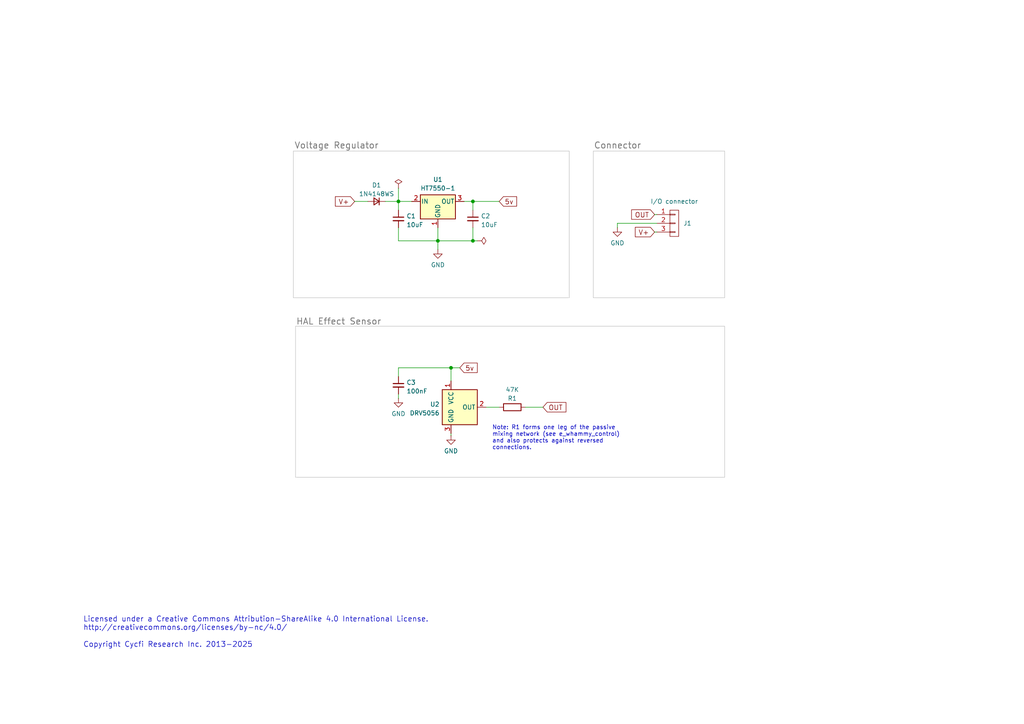
<source format=kicad_sch>
(kicad_sch (version 20250114) (generator "eeschema") (generator_version "9.0")
  (paper "A4")
  (title_block (title "E-Whammy HAL Effect Sensor") (date "2025-07-18") (rev "v1.0") (company "Document Number: 2025005"))
  (lib_symbols
    (symbol "Device:C_Small" (pin_numbers (hide yes)) (pin_names (offset 0.254) (hide yes))
      (property "Reference" "C" (at 0.254 1.778 0))
      (property "Value" "C_Small" (at 0.254 -2.032 0))
      (symbol "C_Small_0_1"
        (polyline (pts (xy -1.524 0.508) (xy 1.524 0.508)) (stroke (width 0.3048)))
        (polyline (pts (xy -1.524 -0.508) (xy 1.524 -0.508)) (stroke (width 0.3302)))
      )
      (symbol "C_Small_1_1"
        (pin passive line (at 0 2.54 270) (length 2.032) (name "~") (number "1"))
        (pin passive line (at 0 -2.54 90) (length 2.032) (name "~") (number "2"))
      )
    )
    (symbol "Device:D_Small" (pin_numbers (hide yes)) (pin_names (offset 0.254) (hide yes))
      (property "Reference" "D" (at -1.27 2.032 0))
      (property "Value" "D_Small" (at -3.81 -2.032 0))
      (symbol "D_Small_0_1"
        (polyline (pts (xy -0.762 0) (xy 0.762 0)))
        (polyline (pts (xy -0.762 -1.016) (xy -0.762 1.016)) (stroke (width 0.254)))
        (polyline (pts (xy 0.762 -1.016) (xy -0.762 0) (xy 0.762 1.016) (xy 0.762 -1.016)) (stroke (width 0.254)))
      )
      (symbol "D_Small_1_1"
        (pin passive line (at -2.54 0 0) (length 1.778) (name "K") (number "1"))
        (pin passive line (at 2.54 0 180) (length 1.778) (name "A") (number "2"))
      )
    )
    (symbol "Device:R" (pin_numbers (hide yes)) (pin_names (offset 0))
      (property "Reference" "R" (at 2.032 0 90))
      (property "Value" "R" (at 0 0 90))
      (symbol "R_0_1"
        (rectangle (start -1.016 -2.54) (end 1.016 2.54) (stroke (width 0.254)))
      )
      (symbol "R_1_1"
        (pin passive line (at 0 3.81 270) (length 1.27) (name "~") (number "1"))
        (pin passive line (at 0 -3.81 90) (length 1.27) (name "~") (number "2"))
      )
    )
    (symbol "cycfi_library:DRV5056"
      (property "Reference" "U" (at 0 6.35 0))
      (property "Value" "DRV5056" (at 2.54 -6.35 0))
      (symbol "DRV5056_0_1"
        (rectangle (start -5.08 5.08) (end 5.08 -5.08) (stroke (width 0.254)) (fill (type background)))
      )
      (symbol "DRV5056_1_1"
        (pin power_in line (at -2.54 7.62 270) (length 2.54) (name "VCC") (number "1"))
        (pin power_in line (at -2.54 -7.62 90) (length 2.54) (name "GND") (number "3"))
        (pin power_out line (at 7.62 0 180) (length 2.54) (name "OUT") (number "2"))
      )
    )
    (symbol "cycfi_library:conn_1x3" (pin_names (offset 1.016) (hide yes))
      (property "Reference" "J" (at 0 5.08 0))
      (property "Value" "conn_1x3" (at 2.54 0 90))
      (symbol "conn_1x3_0_1"
        (rectangle (start -1.27 3.81) (end 1.27 -3.81))
        (rectangle (start -1.27 2.667) (end 0.254 2.413))
        (rectangle (start -1.27 0.127) (end 0.254 -0.127))
        (rectangle (start -1.27 -2.413) (end 0.254 -2.667))
      )
      (symbol "conn_1x3_1_1"
        (pin passive line (at -5.08 2.54 0) (length 3.81) (name "P1") (number "1"))
        (pin passive line (at -5.08 0 0) (length 3.81) (name "P2") (number "2"))
        (pin passive line (at -5.08 -2.54 0) (length 3.81) (name "P3") (number "3"))
      )
    )
    (symbol "cycfi_library:fixed_voltage_regulator_gio" (pin_names (offset 0.254))
      (property "Reference" "U" (at -3.81 3.175 0))
      (property "Value" "fixed_voltage_regulator_gio" (at -0.635 3.175 0))
      (symbol "fixed_voltage_regulator_gio_0_1"
        (rectangle (start -5.08 1.905) (end 5.08 -5.08) (stroke (width 0.254)) (fill (type background)))
      )
      (symbol "fixed_voltage_regulator_gio_1_1"
        (pin power_in line (at -7.62 0 0) (length 2.54) (name "IN") (number "2"))
        (pin power_in line (at 0 -7.62 90) (length 2.54) (name "GND") (number "1"))
        (pin power_out line (at 7.62 0 180) (length 2.54) (name "OUT") (number "3"))
      )
    )
    (symbol "power:GND" (power) (pin_numbers (hide yes)) (pin_names (offset 0) (hide yes))
      (property "Value" "GND" (at 0 -3.81 0))
      (symbol "GND_0_1"
        (polyline (pts (xy 0 0) (xy 0 -1.27) (xy 1.27 -1.27) (xy 0 -2.54) (xy -1.27 -1.27) (xy 0 -1.27)))
      )
      (symbol "GND_1_1"
        (pin power_in line (at 0 0 270) (length 0) (name "~") (number "1"))
      )
    )
    (symbol "power:PWR_FLAG" (power) (pin_numbers (hide yes)) (pin_names (offset 0) (hide yes))
      (property "Value" "PWR_FLAG" (at 0 3.81 0))
      (symbol "PWR_FLAG_0_0"
        (pin power_out line (at 0 0 90) (length 0) (name "~") (number "1"))
      )
      (symbol "PWR_FLAG_0_1"
        (polyline (pts (xy 0 0) (xy 0 1.27) (xy -1.016 1.905) (xy 0 2.54) (xy 1.016 1.905) (xy 0 1.27)))
      )
    )
  )
  (rectangle (start 85.09 43.815) (end 165.1 86.36) (stroke (width 0) (color 194 194 194 1)))
  (rectangle (start 85.725 94.615) (end 210.185 138.43) (stroke (width 0) (color 194 194 194 1)))
  (rectangle (start 172.085 43.815) (end 210.185 86.36) (stroke (width 0) (color 194 194 194 1)))
  (text "Note: R1 forms one leg of the passive \nmixing network (see e_whammy_control) \nand also protects against reversed \nconnections." (at 142.748 127 0) (effects (font (size 1.2 1.2)) (justify left)))
  (text "Connector" (at 172.212 43.434 0) (effects (font (size 1.8 1.8) (thickness 0.225)) (justify left bottom)))
  (text "Licensed under a Creative Commons Attribution-ShareAlike 4.0 International License. \nhttp://creativecommons.org/licenses/by-nc/4.0/\n\nCopyright Cycfi Research Inc. 2013-2025" (at 24.13 187.96 0) (effects (font (size 1.524 1.524)) (justify left bottom)))
  (text "Voltage Regulator" (at 85.344 43.434 0) (effects (font (size 1.8 1.8) (thickness 0.225)) (justify left bottom)))
  (text "HAL Effect Sensor" (at 85.852 94.488 0) (effects (font (size 1.8 1.8) (thickness 0.225)) (justify left bottom)))
  (junction (at 127 69.85))
  (junction (at 130.81 106.68))
  (junction (at 137.16 58.42))
  (junction (at 115.57 58.42))
  (junction (at 137.16 69.85))
  (wire (pts (xy 115.57 58.42) (xy 119.38 58.42)))
  (wire (pts (xy 115.57 115.57) (xy 115.57 114.3)))
  (wire (pts (xy 137.16 58.42) (xy 144.78 58.42)))
  (wire (pts (xy 115.57 106.68) (xy 115.57 109.22)))
  (wire (pts (xy 190.5 62.23) (xy 189.865 62.23)))
  (wire (pts (xy 115.57 106.68) (xy 130.81 106.68)))
  (wire (pts (xy 137.16 69.85) (xy 138.43 69.85)))
  (wire (pts (xy 137.16 58.42) (xy 137.16 60.96)))
  (wire (pts (xy 137.16 66.04) (xy 137.16 69.85)))
  (wire (pts (xy 137.16 69.85) (xy 127 69.85)))
  (wire (pts (xy 179.07 64.77) (xy 190.5 64.77)))
  (wire (pts (xy 115.57 54.61) (xy 115.57 58.42)))
  (wire (pts (xy 179.07 66.04) (xy 179.07 64.77)))
  (wire (pts (xy 134.62 58.42) (xy 137.16 58.42)))
  (wire (pts (xy 127 72.39) (xy 127 69.85)))
  (wire (pts (xy 140.97 118.11) (xy 144.78 118.11)))
  (wire (pts (xy 111.76 58.42) (xy 115.57 58.42)))
  (wire (pts (xy 102.87 58.42) (xy 106.68 58.42)))
  (wire (pts (xy 130.81 106.68) (xy 133.35 106.68)))
  (wire (pts (xy 130.81 106.68) (xy 130.81 110.49)))
  (wire (pts (xy 152.4 118.11) (xy 157.48 118.11)))
  (wire (pts (xy 190.5 67.31) (xy 189.865 67.31)))
  (wire (pts (xy 130.81 125.73) (xy 130.81 126.365)))
  (wire (pts (xy 115.57 58.42) (xy 115.57 60.96)))
  (wire (pts (xy 115.57 66.04) (xy 115.57 69.85)))
  (wire (pts (xy 127 66.04) (xy 127 69.85)))
  (wire (pts (xy 115.57 69.85) (xy 127 69.85)))
  (global_label "OUT" (shape input) (at 189.865 62.23 180) (effects (font (size 1.4 1.4))) (property "Intersheetrefs" "${INTERSHEET_REFS}" (effects (hide yes))))
  (global_label "V+" (shape input) (at 189.865 67.31 180) (effects (font (size 1.4 1.4))) (property "Intersheetrefs" "${INTERSHEET_REFS}" (effects (hide yes))))
  (global_label "5v" (shape input) (at 133.35 106.68 0) (effects (font (size 1.4 1.4))) (property "Intersheetrefs" "${INTERSHEET_REFS}" (effects (hide yes))))
  (global_label "5v" (shape input) (at 144.78 58.42 0) (effects (font (size 1.4 1.4))) (property "Intersheetrefs" "${INTERSHEET_REFS}" (effects (hide yes))))
  (global_label "OUT" (shape input) (at 157.48 118.11 0) (effects (font (size 1.4 1.4))) (property "Intersheetrefs" "${INTERSHEET_REFS}" (effects (hide yes))))
  (global_label "V+" (shape input) (at 102.87 58.42 180) (effects (font (size 1.4 1.4))) (property "Intersheetrefs" "${INTERSHEET_REFS}" (effects (hide yes))))
  (symbol (lib_id "Device:D_Small") (at 109.22 58.42 180) (unit 1)
    (property "Reference" "D1" (at 109.22 53.7042 0))
    (property "Value" "1N4148WS" (at 109.22 56.2411 0))
    (property "Footprint" "Diode_SMD:D_SOD-323" (effects (hide yes)))
    (property "Description" "Diode, small symbol" (effects (hide yes)))
    (property "LCSC" "C2128" (effects (hide yes)))
    (property "Sim.Device" "D" (effects (hide yes)))
    (property "Sim.Pins" "1=K 2=A" (effects (hide yes)))
  )
  (symbol (lib_id "power:GND") (at 127 72.39 0) (unit 1)
    (property "Reference" "#PWR02" (effects (hide yes)))
    (property "Value" "GND" (at 127 76.8334 0))
    (property "Description" "Power symbol creates a global label with name \"GND\" , ground" (effects (hide yes)))
  )
  (symbol (lib_id "power:GND") (at 130.81 126.365 0) (unit 1)
    (property "Reference" "#PWR03" (effects (hide yes)))
    (property "Value" "GND" (at 130.81 130.8084 0))
    (property "Description" "Power symbol creates a global label with name \"GND\" , ground" (effects (hide yes)))
  )
  (symbol (lib_id "power:PWR_FLAG") (at 138.43 69.85 270) (unit 1)
    (property "Reference" "#FLG02" (effects (hide yes)))
    (property "Value" "PWR_FLAG" (effects (hide yes)))
    (property "Description" "Special symbol for telling ERC where power comes from" (effects (hide yes)))
  )
  (symbol (lib_id "Device:C_Small") (at 115.57 63.5 0) (unit 1)
    (property "Reference" "C1" (at 117.8941 62.6716 0) (effects (justify left)))
    (property "Value" "10uF" (at 117.8941 65.2085 0) (effects (justify left)))
    (property "Footprint" "Capacitor_SMD:C_0603_1608Metric" (effects (hide yes)))
    (property "Description" "Unpolarized capacitor, small symbol" (effects (hide yes)))
    (property "LCSC" "C96446" (effects (hide yes)))
  )
  (symbol (lib_id "power:GND") (at 115.57 115.57 0) (unit 1)
    (property "Reference" "#PWR01" (effects (hide yes)))
    (property "Value" "GND" (at 115.57 120.0134 0))
    (property "Description" "Power symbol creates a global label with name \"GND\" , ground" (effects (hide yes)))
  )
  (symbol (lib_id "Device:C_Small") (at 137.16 63.5 0) (unit 1)
    (property "Reference" "C2" (at 139.4841 62.6716 0) (effects (justify left)))
    (property "Value" "10uF" (at 139.4841 65.2085 0) (effects (justify left)))
    (property "Footprint" "Capacitor_SMD:C_0603_1608Metric" (effects (hide yes)))
    (property "Description" "Unpolarized capacitor, small symbol" (effects (hide yes)))
    (property "LCSC" "C96446" (effects (hide yes)))
  )
  (symbol (lib_id "cycfi_library:fixed_voltage_regulator_gio") (at 127 58.42 0) (unit 1)
    (property "Reference" "U1" (at 127 52.07 0))
    (property "Value" "HT7550-1" (at 127 54.61 0))
    (property "Footprint" "Package_TO_SOT_SMD:SOT-23" (effects (hide yes)))
    (property "Description" "Positive Linear Regulator, Fixed Output 1: GND, 2: INPUT, 3: OUTPUT" (effects (hide yes)))
    (property "LCSC" "C16106" (effects (hide yes)))
    (property "JLCPCB_CORRECTION" "0;0;180" (effects (hide yes)))
  )
  (symbol (lib_id "Device:R") (at 148.59 118.11 90) (mirror x) (unit 1)
    (property "Reference" "R1" (at 148.59 115.5669 90))
    (property "Value" "47K" (at 148.59 113.03 90))
    (property "Footprint" "Resistor_SMD:R_0402_1005Metric" (effects (hide yes)))
    (property "Description" "Resistor" (effects (hide yes)))
    (property "LCSC" "C25792" (effects (hide yes)))
  )
  (symbol (lib_id "power:GND") (at 179.07 66.04 0) (unit 1)
    (property "Reference" "#PWR04" (effects (hide yes)))
    (property "Value" "GND" (at 179.07 70.4834 0))
    (property "Description" "Power symbol creates a global label with name \"GND\" , ground" (effects (hide yes)))
  )
  (symbol (lib_id "power:PWR_FLAG") (at 115.57 54.61 0) (unit 1)
    (property "Reference" "#FLG01" (effects (hide yes)))
    (property "Value" "PWR_FLAG" (effects (hide yes)))
    (property "Description" "Special symbol for telling ERC where power comes from" (effects (hide yes)))
  )
  (symbol (lib_id "cycfi_library:conn_1x3") (at 195.58 64.77 0) (unit 1)
    (property "Reference" "J1" (at 199.39 64.77 0))
    (property "Value" "I/O connector" (at 195.58 58.4169 0))
    (property "Footprint" "Connector_PinHeader_2.54mm:PinHeader_1x03_P2.54mm_Vertical" (effects (hide yes)))
    (property "LCSC" "C6332196" (effects (hide yes)))
    (property "JLCPCB_CORRECTION" "0;0;90" (effects (hide yes)))
  )
  (symbol (lib_id "Device:C_Small") (at 115.57 111.76 0) (unit 1)
    (property "Reference" "C3" (at 117.8941 110.9316 0) (effects (justify left)))
    (property "Value" "100nF" (at 117.8941 113.4685 0) (effects (justify left)))
    (property "Footprint" "Capacitor_SMD:C_0402_1005Metric" (effects (hide yes)))
    (property "Description" "Unpolarized capacitor, small symbol" (effects (hide yes)))
    (property "LCSC" "C307331" (effects (hide yes)))
  )
  (symbol (lib_id "cycfi_library:DRV5056") (at 133.35 118.11 0) (unit 1)
    (property "Reference" "U2" (at 127.5081 117.2753 0) (effects (justify right)))
    (property "Value" "DRV5056" (at 127.5081 119.8122 0) (effects (justify right)))
    (property "Footprint" "Package_TO_SOT_SMD:SOT-23" (effects (hide yes)))
    (property "Datasheet" "https://www.ti.com/lit/ds/symlink/drv5056.pdf" (effects (hide yes)))
    (property "Description" "Unipolar Ratiometric Linear Hall Effect Sensor, SOT-23" (effects (hide yes)))
    (property "LCSC" "C2866615" (effects (hide yes)))
    (property "JLCPCB_CORRECTION" "0;0;180" (effects (hide yes)))
  )
)
</source>
